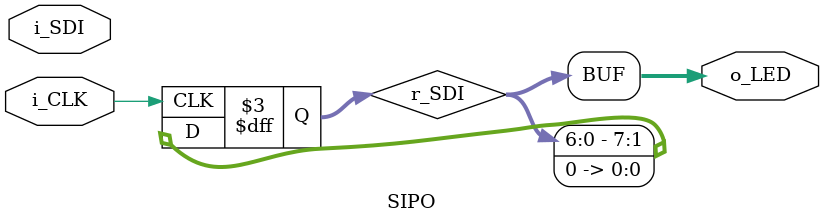
<source format=v>
`timescale 1ns / 1ps


module SIPO(
input i_SDI,
input i_CLK,
output  [7:0] o_LED
    );
    
reg [7:0] r_SDI;

always@(posedge(i_CLK))
begin
r_SDI = r_SDI << 1;
end
assign o_LED = r_SDI;    
endmodule

</source>
